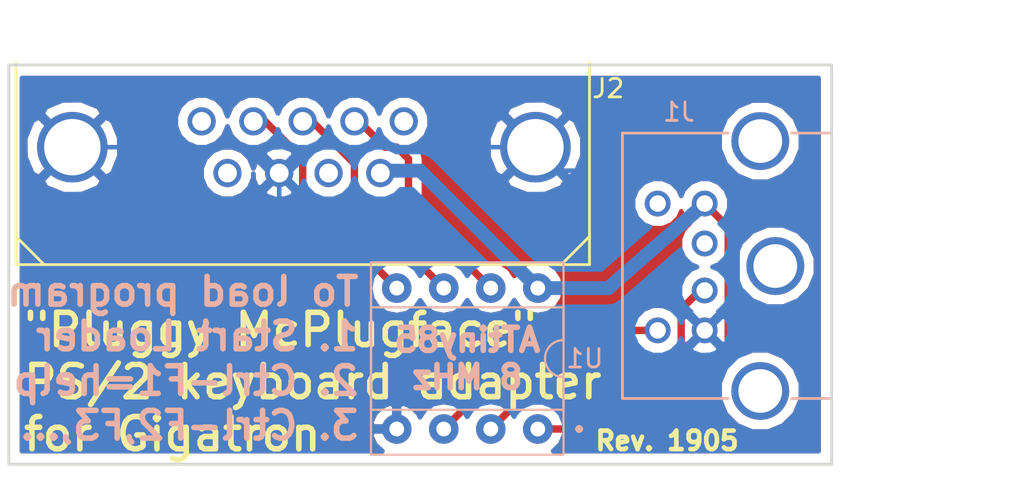
<source format=kicad_pcb>
(kicad_pcb (version 4) (host pcbnew 4.0.6)

  (general
    (links 12)
    (no_connects 0)
    (area 118.669999 93.269999 163.270001 115.010001)
    (thickness 1.6)
    (drawings 8)
    (tracks 50)
    (zones 0)
    (modules 3)
    (nets 14)
  )

  (page A4)
  (layers
    (0 F.Cu signal)
    (31 B.Cu signal)
    (32 B.Adhes user)
    (33 F.Adhes user)
    (34 B.Paste user)
    (35 F.Paste user)
    (36 B.SilkS user)
    (37 F.SilkS user)
    (38 B.Mask user)
    (39 F.Mask user)
    (40 Dwgs.User user)
    (41 Cmts.User user)
    (42 Eco1.User user)
    (43 Eco2.User user)
    (44 Edge.Cuts user)
    (45 Margin user)
    (46 B.CrtYd user)
    (47 F.CrtYd user)
    (48 B.Fab user)
    (49 F.Fab user)
  )

  (setup
    (last_trace_width 0.25)
    (user_trace_width 0.4)
    (user_trace_width 0.75)
    (trace_clearance 0.2)
    (zone_clearance 0.508)
    (zone_45_only no)
    (trace_min 0.2)
    (segment_width 0.2)
    (edge_width 0.15)
    (via_size 0.6)
    (via_drill 0.4)
    (via_min_size 0.4)
    (via_min_drill 0.3)
    (uvia_size 0.3)
    (uvia_drill 0.1)
    (uvias_allowed no)
    (uvia_min_size 0.2)
    (uvia_min_drill 0.1)
    (pcb_text_width 0.3)
    (pcb_text_size 1.5 1.5)
    (mod_edge_width 0.15)
    (mod_text_size 1 1)
    (mod_text_width 0.15)
    (pad_size 1.524 1.524)
    (pad_drill 0.762)
    (pad_to_mask_clearance 0.2)
    (aux_axis_origin 0 0)
    (visible_elements FFFFFF7F)
    (pcbplotparams
      (layerselection 0x010f0_80000001)
      (usegerberextensions false)
      (excludeedgelayer true)
      (linewidth 0.100000)
      (plotframeref false)
      (viasonmask false)
      (mode 1)
      (useauxorigin false)
      (hpglpennumber 1)
      (hpglpenspeed 20)
      (hpglpendiameter 15)
      (hpglpenoverlay 2)
      (psnegative false)
      (psa4output false)
      (plotreference true)
      (plotvalue true)
      (plotinvisibletext false)
      (padsonsilk false)
      (subtractmaskfromsilk false)
      (outputformat 1)
      (mirror false)
      (drillshape 0)
      (scaleselection 1)
      (outputdirectory "BabelFish 1838 gerbers/"))
  )

  (net 0 "")
  (net 1 GND)
  (net 2 /SER_DATA)
  (net 3 /SER_LATCH)
  (net 4 /SER_PULSE)
  (net 5 +5V)
  (net 6 /PS/2_DATA)
  (net 7 /PS/2_CLOCK)
  (net 8 "Net-(J1-Pad2)")
  (net 9 "Net-(J1-Pad6)")
  (net 10 "Net-(J2-Pad1)")
  (net 11 "Net-(J2-Pad5)")
  (net 12 "Net-(J2-Pad9)")
  (net 13 "Net-(J2-Pad7)")

  (net_class Default "This is the default net class."
    (clearance 0.2)
    (trace_width 0.25)
    (via_dia 0.6)
    (via_drill 0.4)
    (uvia_dia 0.3)
    (uvia_drill 0.1)
    (add_net +5V)
    (add_net /PS/2_CLOCK)
    (add_net /PS/2_DATA)
    (add_net /SER_DATA)
    (add_net /SER_LATCH)
    (add_net /SER_PULSE)
    (add_net GND)
    (add_net "Net-(J1-Pad2)")
    (add_net "Net-(J1-Pad6)")
    (add_net "Net-(J2-Pad1)")
    (add_net "Net-(J2-Pad5)")
    (add_net "Net-(J2-Pad7)")
    (add_net "Net-(J2-Pad9)")
  )

  (module MvK:DIP-8_W7.62mm_Socket (layer B.Cu) (tedit 5B4D1338) (tstamp 5B559343)
    (at 147.32 113.03 90)
    (descr "8-lead dip package, row spacing 7.62 mm (300 mils), Socket")
    (tags "DIL DIP PDIP 2.54mm 7.62mm 300mil Socket")
    (path /5B4CA4BA)
    (fp_text reference U1 (at 3.81 2.54 180) (layer B.SilkS)
      (effects (font (size 1 1) (thickness 0.15)) (justify mirror))
    )
    (fp_text value ATTINY85-20PU (at -3.175 -3.81 180) (layer B.Fab)
      (effects (font (size 1 1) (thickness 0.15)) (justify mirror))
    )
    (fp_text user • (at 0 2.159 90) (layer B.SilkS)
      (effects (font (size 1 1) (thickness 0.15)) (justify mirror))
    )
    (fp_arc (start 3.81 1.39) (end 2.81 1.39) (angle 180) (layer B.SilkS) (width 0.12))
    (fp_line (start 1.635 1.27) (end 6.985 1.27) (layer B.Fab) (width 0.1))
    (fp_line (start 6.985 1.27) (end 6.985 -8.89) (layer B.Fab) (width 0.1))
    (fp_line (start 6.985 -8.89) (end 0.635 -8.89) (layer B.Fab) (width 0.1))
    (fp_line (start 0.635 -8.89) (end 0.635 0.27) (layer B.Fab) (width 0.1))
    (fp_line (start 0.635 0.27) (end 1.635 1.27) (layer B.Fab) (width 0.1))
    (fp_line (start -1.27 1.27) (end -1.27 -8.89) (layer B.Fab) (width 0.1))
    (fp_line (start -1.27 -8.89) (end 8.89 -8.89) (layer B.Fab) (width 0.1))
    (fp_line (start 8.89 -8.89) (end 8.89 1.27) (layer B.Fab) (width 0.1))
    (fp_line (start 8.89 1.27) (end -1.27 1.27) (layer B.Fab) (width 0.1))
    (fp_line (start 2.81 1.39) (end 1.04 1.39) (layer B.SilkS) (width 0.12))
    (fp_line (start 1.04 1.39) (end 1.04 -9.01) (layer B.SilkS) (width 0.12))
    (fp_line (start 1.04 -9.01) (end 6.58 -9.01) (layer B.SilkS) (width 0.12))
    (fp_line (start 6.58 -9.01) (end 6.58 1.39) (layer B.SilkS) (width 0.12))
    (fp_line (start 6.58 1.39) (end 4.81 1.39) (layer B.SilkS) (width 0.12))
    (fp_line (start -1.39 1.39) (end -1.39 -9.01) (layer B.SilkS) (width 0.12))
    (fp_line (start -1.39 -9.01) (end 9.01 -9.01) (layer B.SilkS) (width 0.12))
    (fp_line (start 9.01 -9.01) (end 9.01 1.39) (layer B.SilkS) (width 0.12))
    (fp_line (start 9.01 1.39) (end -1.39 1.39) (layer B.SilkS) (width 0.12))
    (fp_line (start -1.7 1.7) (end -1.7 -9.3) (layer B.CrtYd) (width 0.05))
    (fp_line (start -1.7 -9.3) (end 9.3 -9.3) (layer B.CrtYd) (width 0.05))
    (fp_line (start 9.3 -9.3) (end 9.3 1.7) (layer B.CrtYd) (width 0.05))
    (fp_line (start 9.3 1.7) (end -1.7 1.7) (layer B.CrtYd) (width 0.05))
    (pad 1 thru_hole circle (at 0 0 90) (size 1.6 1.6) (drill 0.8) (layers *.Cu *.Mask)
      (net 5 +5V))
    (pad 5 thru_hole oval (at 7.62 -7.62 90) (size 1.6 1.6) (drill 0.8) (layers *.Cu *.Mask)
      (net 4 /SER_PULSE))
    (pad 2 thru_hole oval (at 0 -2.54 90) (size 1.6 1.6) (drill 0.8) (layers *.Cu *.Mask)
      (net 6 /PS/2_DATA))
    (pad 6 thru_hole oval (at 7.62 -5.08 90) (size 1.6 1.6) (drill 0.8) (layers *.Cu *.Mask)
      (net 3 /SER_LATCH))
    (pad 3 thru_hole oval (at 0 -5.08 90) (size 1.6 1.6) (drill 0.8) (layers *.Cu *.Mask)
      (net 7 /PS/2_CLOCK))
    (pad 7 thru_hole oval (at 7.62 -2.54 90) (size 1.6 1.6) (drill 0.8) (layers *.Cu *.Mask)
      (net 2 /SER_DATA))
    (pad 4 thru_hole oval (at 0 -7.62 90) (size 1.6 1.6) (drill 0.8) (layers *.Cu *.Mask)
      (net 1 GND))
    (pad 8 thru_hole oval (at 7.62 0 90) (size 1.6 1.6) (drill 0.8) (layers *.Cu *.Mask)
      (net 5 +5V))
    (model Housings_DIP.3dshapes/DIP-8_W7.62mm_Socket.wrl
      (at (xyz 0 0 0))
      (scale (xyz 1 1 1))
      (rotate (xyz 0 0 0))
    )
  )

  (module MvK:DB9-MvK (layer F.Cu) (tedit 5B4D257F) (tstamp 5B559B38)
    (at 134.62 97.79)
    (descr "Connecteur DB9 male droit")
    (tags "CONN DB9")
    (path /5B4CC909)
    (fp_text reference J2 (at 16.51 -3.175) (layer F.SilkS)
      (effects (font (size 1 1) (thickness 0.15)))
    )
    (fp_text value DB9-MvK (at 0.127 -7.112) (layer F.Fab)
      (effects (font (size 1 1) (thickness 0.15)))
    )
    (fp_line (start -15.494 -4.572) (end -13.97 -6.096) (layer F.Fab) (width 0.15))
    (fp_line (start 15.494 -4.572) (end 15.494 -6.096) (layer F.Fab) (width 0.15))
    (fp_line (start 15.494 -6.096) (end -15.494 -6.096) (layer F.Fab) (width 0.15))
    (fp_line (start -15.494 -6.096) (end -15.494 -4.572) (layer F.Fab) (width 0.15))
    (fp_line (start 15.494 -4.572) (end 13.97 -6.096) (layer F.Fab) (width 0.15))
    (fp_line (start -15.494 -4.572) (end -15.494 6.35) (layer F.SilkS) (width 0.15))
    (fp_line (start 15.494 -4.572) (end 15.494 6.35) (layer F.SilkS) (width 0.15))
    (fp_line (start -15.494 4.826) (end -13.97 6.35) (layer F.SilkS) (width 0.15))
    (fp_line (start 13.97 6.35) (end 15.494 4.826) (layer F.SilkS) (width 0.15))
    (fp_line (start -5.842 6.35) (end -15.494 6.35) (layer F.SilkS) (width 0.15))
    (fp_line (start 15.494 6.35) (end 5.334 6.35) (layer F.SilkS) (width 0.15))
    (fp_line (start -5.842 6.35) (end 5.334 6.35) (layer F.SilkS) (width 0.15))
    (pad 0 thru_hole circle (at -12.446 0) (size 3.81 3.81) (drill 3.048) (layers *.Cu *.Mask)
      (net 1 GND))
    (pad 0 thru_hole circle (at 12.573 0) (size 3.81 3.81) (drill 3.048) (layers *.Cu *.Mask)
      (net 1 GND))
    (pad 5 thru_hole circle (at -5.461 -1.397) (size 1.524 1.524) (drill 1.016) (layers *.Cu *.Mask)
      (net 11 "Net-(J2-Pad5)"))
    (pad 4 thru_hole circle (at -2.667 -1.397) (size 1.524 1.524) (drill 1.016) (layers *.Cu *.Mask)
      (net 4 /SER_PULSE))
    (pad 3 thru_hole circle (at 0 -1.397) (size 1.524 1.524) (drill 1.016) (layers *.Cu *.Mask)
      (net 3 /SER_LATCH))
    (pad 2 thru_hole circle (at 2.794 -1.397) (size 1.524 1.524) (drill 1.016) (layers *.Cu *.Mask)
      (net 2 /SER_DATA))
    (pad 1 thru_hole circle (at 5.461 -1.397) (size 1.524 1.524) (drill 1.016) (layers *.Cu *.Mask)
      (net 10 "Net-(J2-Pad1)"))
    (pad 9 thru_hole circle (at -4.064 1.397) (size 1.524 1.524) (drill 1.016) (layers *.Cu *.Mask)
      (net 12 "Net-(J2-Pad9)"))
    (pad 8 thru_hole circle (at -1.27 1.397) (size 1.524 1.524) (drill 1.016) (layers *.Cu *.Mask)
      (net 1 GND))
    (pad 7 thru_hole circle (at 1.397 1.397) (size 1.524 1.524) (drill 1.016) (layers *.Cu *.Mask)
      (net 13 "Net-(J2-Pad7)"))
    (pad 6 thru_hole circle (at 4.191 1.397) (size 1.524 1.524) (drill 1.016) (layers *.Cu *.Mask)
      (net 5 +5V))
    (model Connect.3dshapes/DB9MD.wrl
      (at (xyz 0 0 0))
      (scale (xyz 1 1 1))
      (rotate (xyz 0 0 0))
    )
  )

  (module MvK:PS2-MvK (layer B.Cu) (tedit 5C50A72E) (tstamp 5C5D66D6)
    (at 173.355 100.33 90)
    (path /5B4CB2E5)
    (fp_text reference J1 (at 4.445 -18.415 360) (layer B.SilkS)
      (effects (font (size 1 1) (thickness 0.15)) (justify mirror))
    )
    (fp_text value CONN_5749180-1 (at -3.683 -7.112 90) (layer B.Fab)
      (effects (font (size 1 1) (thickness 0.15)) (justify mirror))
    )
    (fp_line (start 3.302 -21.463) (end 3.302 -15.748) (layer B.SilkS) (width 0.15))
    (fp_line (start -11.049 -21.463) (end 3.302 -21.463) (layer B.SilkS) (width 0.15))
    (fp_line (start -11.049 -15.748) (end -11.049 -21.463) (layer B.SilkS) (width 0.15))
    (fp_line (start 3.302 -10.287) (end 3.302 -12.319) (layer B.SilkS) (width 0.15))
    (fp_line (start -11.049 -12.319) (end -11.049 -10.287) (layer B.SilkS) (width 0.15))
    (fp_text user "Copyright 2016 Accelerated Designs. All rights reserved." (at 0 0 90) (layer Cmts.User)
      (effects (font (size 0.127 0.127) (thickness 0.002)))
    )
    (fp_line (start -10.8839 -21.3306) (end 3.1115 -21.3306) (layer B.Fab) (width 0.1524))
    (fp_line (start 3.1115 -21.3306) (end 3.1115 -8.5036) (layer B.Fab) (width 0.1524))
    (fp_line (start 3.1115 -8.5036) (end -10.8839 -8.5036) (layer B.Fab) (width 0.1524))
    (fp_line (start -10.8839 -8.5036) (end -10.8839 -21.3306) (layer B.Fab) (width 0.1524))
    (fp_line (start 4.3053 -21.5846) (end -12.0777 -21.5846) (layer B.CrtYd) (width 0.1524))
    (fp_line (start -12.0777 -21.5846) (end -12.0777 -8.2496) (layer B.CrtYd) (width 0.1524))
    (fp_line (start -12.0777 -8.2496) (end 4.3053 -8.2496) (layer B.CrtYd) (width 0.1524))
    (fp_line (start 4.3053 -8.2496) (end 4.3053 -21.5846) (layer B.CrtYd) (width 0.1524))
    (fp_line (start 3.1115 -21.3306) (end -10.8839 -21.3306) (layer B.CrtYd) (width 0.1524))
    (fp_line (start -10.8839 -21.3306) (end -10.8839 -8.5036) (layer B.CrtYd) (width 0.1524))
    (fp_line (start -10.8839 -8.5036) (end 3.1115 -8.5036) (layer B.CrtYd) (width 0.1524))
    (fp_line (start 3.1115 -8.5036) (end 3.1115 -21.3306) (layer B.CrtYd) (width 0.1524))
    (pad 3 thru_hole circle (at -7.366 -17.018 90) (size 1.397 1.397) (drill 0.889) (layers *.Cu *.Mask)
      (net 1 GND))
    (pad 1 thru_hole circle (at -5.207 -17.018 90) (size 1.397 1.397) (drill 0.889) (layers *.Cu *.Mask)
      (net 6 /PS/2_DATA))
    (pad 2 thru_hole circle (at -2.667 -17.018 90) (size 1.397 1.397) (drill 0.889) (layers *.Cu *.Mask)
      (net 8 "Net-(J1-Pad2)"))
    (pad 4 thru_hole circle (at -0.508 -17.018 90) (size 1.397 1.397) (drill 0.889) (layers *.Cu *.Mask)
      (net 5 +5V))
    (pad 6 thru_hole circle (at -0.508 -19.558 90) (size 1.397 1.397) (drill 0.889) (layers *.Cu *.Mask)
      (net 9 "Net-(J1-Pad6)"))
    (pad 5 thru_hole circle (at -7.366 -19.558 90) (size 1.397 1.397) (drill 0.889) (layers *.Cu *.Mask)
      (net 7 /PS/2_CLOCK))
    (pad "" thru_hole circle (at -10.6426 -14.0154) (size 3.1241 3.1241) (drill 2.3622) (layers *.Cu *.Mask))
    (pad "" thru_hole circle (at 2.8702 -14.0154) (size 3.1241 3.1241) (drill 2.3622) (layers *.Cu *.Mask))
    (pad "" thru_hole circle (at -3.8862 -13.2026 90) (size 3.1241 3.1241) (drill 2.3622) (layers *.Cu *.Mask))
  )

  (gr_line (start 118.745 93.345) (end 118.745 114.935) (angle 90) (layer Edge.Cuts) (width 0.15))
  (gr_line (start 163.195 93.345) (end 163.195 114.935) (angle 90) (layer Edge.Cuts) (width 0.15))
  (gr_text "Rev. 1905\n" (at 154.305 113.665) (layer F.SilkS)
    (effects (font (size 1 1) (thickness 0.25)))
  )
  (gr_text "\"Pluggy McPlugface\"\nPS/2 keyboard adapter\nfor Gigatron" (at 119.38 110.49) (layer F.SilkS)
    (effects (font (size 1.75 1.75) (thickness 0.3)) (justify left))
  )
  (gr_text "ATtiny85\n8 MHz" (at 143.51 109.22) (layer B.SilkS)
    (effects (font (size 1.25 1.25) (thickness 0.3)) (justify mirror))
  )
  (gr_text "To load program\n1. Start Loader\n2. Ctrl-F1=help\n3. Ctrl-F2,F3,...\n" (at 137.795 109.22) (layer B.SilkS)
    (effects (font (size 1.5 1.5) (thickness 0.3)) (justify left mirror))
  )
  (gr_line (start 118.745 114.935) (end 163.195 114.935) (angle 90) (layer Edge.Cuts) (width 0.15))
  (gr_line (start 163.195 93.345) (end 118.745 93.345) (angle 90) (layer Edge.Cuts) (width 0.15))

  (segment (start 156.337 107.696) (end 158.115 105.918) (width 0.25) (layer B.Cu) (net 1) (tstamp 5B55977E))
  (segment (start 158.115 105.918) (end 158.115 100.33) (width 0.25) (layer B.Cu) (net 1) (tstamp 5B55977F))
  (segment (start 158.115 100.33) (end 156.845 99.06) (width 0.25) (layer B.Cu) (net 1) (tstamp 5B559781))
  (segment (start 156.845 99.06) (end 147.193 99.06) (width 0.25) (layer B.Cu) (net 1) (tstamp 5B559783))
  (segment (start 139.7 113.03) (end 139.7 109.855) (width 0.25) (layer B.Cu) (net 1))
  (segment (start 139.7 109.855) (end 133.35 103.505) (width 0.25) (layer B.Cu) (net 1) (tstamp 5B4D7B4E))
  (segment (start 133.35 99.187) (end 133.858 99.187) (width 0.25) (layer B.Cu) (net 1))
  (segment (start 133.858 99.187) (end 135.255 97.79) (width 0.25) (layer B.Cu) (net 1) (tstamp 5B4D7B63))
  (segment (start 133.35 99.187) (end 132.842 99.187) (width 0.25) (layer B.Cu) (net 1))
  (segment (start 132.842 99.187) (end 131.445 97.79) (width 0.25) (layer B.Cu) (net 1) (tstamp 5B4D7B5E))
  (segment (start 131.445 97.79) (end 122.174 97.79) (width 0.25) (layer B.Cu) (net 1) (tstamp 5B4D7B5F))
  (segment (start 133.35 103.505) (end 133.35 99.187) (width 0.25) (layer B.Cu) (net 1) (tstamp 5B4D7B4F))
  (segment (start 135.255 97.79) (end 147.193 97.79) (width 0.25) (layer B.Cu) (net 1) (tstamp 5B4D7B64))
  (segment (start 144.78 105.41) (end 140.335 100.965) (width 0.4) (layer F.Cu) (net 2))
  (segment (start 140.335 100.965) (end 140.335 98.425) (width 0.4) (layer F.Cu) (net 2) (tstamp 5BA18A53))
  (segment (start 139.7 97.79) (end 140.335 98.425) (width 0.4) (layer F.Cu) (net 2) (tstamp 5B4D7B6A))
  (segment (start 139.065 97.79) (end 139.7 97.79) (width 0.4) (layer F.Cu) (net 2))
  (segment (start 137.414 96.393) (end 137.668 96.393) (width 0.4) (layer F.Cu) (net 2))
  (segment (start 137.668 96.393) (end 139.065 97.79) (width 0.4) (layer F.Cu) (net 2) (tstamp 5B4D7B14))
  (segment (start 137.414 100.584) (end 137.414 98.679) (width 0.4) (layer F.Cu) (net 3))
  (segment (start 135.128 96.393) (end 137.414 98.679) (width 0.4) (layer F.Cu) (net 3) (tstamp 5B4D7AC7))
  (segment (start 142.24 105.41) (end 137.414 100.584) (width 0.4) (layer F.Cu) (net 3) (tstamp 5B4D7AFB))
  (segment (start 134.62 96.393) (end 135.128 96.393) (width 0.4) (layer F.Cu) (net 3))
  (segment (start 134.62 96.393) (end 134.493 96.393) (width 0.4) (layer F.Cu) (net 3))
  (segment (start 134.62 98.425) (end 134.62 100.33) (width 0.4) (layer F.Cu) (net 4) (tstamp 5B4D7ACB))
  (segment (start 134.62 100.33) (end 139.7 105.41) (width 0.4) (layer F.Cu) (net 4) (tstamp 5B4D7ACC))
  (segment (start 134.62 98.425) (end 132.588 96.393) (width 0.4) (layer F.Cu) (net 4) (tstamp 5B4D7ACA))
  (segment (start 131.953 96.393) (end 132.588 96.393) (width 0.4) (layer F.Cu) (net 4))
  (segment (start 132.08 96.52) (end 131.953 96.393) (width 0.4) (layer F.Cu) (net 4) (tstamp 5B4CDCD3))
  (segment (start 157.607 102.108) (end 157.607 109.093) (width 0.4) (layer F.Cu) (net 5))
  (segment (start 153.67 113.03) (end 157.607 109.093) (width 0.4) (layer F.Cu) (net 5) (tstamp 5B559746))
  (segment (start 153.67 113.03) (end 147.32 113.03) (width 0.4) (layer F.Cu) (net 5))
  (segment (start 156.337 100.838) (end 157.607 102.108) (width 0.4) (layer F.Cu) (net 5) (tstamp 5B559743))
  (segment (start 147.32 105.41) (end 151.13 105.41) (width 0.75) (layer B.Cu) (net 5))
  (segment (start 151.13 105.41) (end 156.3478 100.838) (width 0.75) (layer B.Cu) (net 5) (tstamp 5B5596B7))
  (segment (start 147.32 105.41) (end 140.97 99.06) (width 0.75) (layer B.Cu) (net 5) (tstamp 5B4D7AAB))
  (segment (start 138.938 99.06) (end 139.7 99.06) (width 0.75) (layer B.Cu) (net 5))
  (segment (start 140.97 99.06) (end 139.7 99.06) (width 0.75) (layer B.Cu) (net 5) (tstamp 5B4D7AAC))
  (segment (start 138.938 99.06) (end 138.811 99.187) (width 0.75) (layer B.Cu) (net 5) (tstamp 5B4D7AAF))
  (segment (start 156.1084 105.5116) (end 155.067 106.553) (width 0.4) (layer F.Cu) (net 6) (tstamp 5B559739))
  (segment (start 155.067 109.093) (end 155.067 106.553) (width 0.4) (layer F.Cu) (net 6))
  (segment (start 153.035 111.125) (end 155.067 109.093) (width 0.4) (layer F.Cu) (net 6))
  (segment (start 144.78 113.03) (end 146.685 111.125) (width 0.4) (layer F.Cu) (net 6))
  (segment (start 146.685 111.125) (end 153.035 111.125) (width 0.4) (layer F.Cu) (net 6) (tstamp 5B5596FE))
  (segment (start 147.574 107.696) (end 153.797 107.696) (width 0.4) (layer F.Cu) (net 7) (tstamp 5BA18E9D))
  (segment (start 142.24 113.03) (end 147.574 107.696) (width 0.4) (layer F.Cu) (net 7))
  (segment (start 130.556 99.441) (end 130.556 99.187) (width 0.75) (layer B.Cu) (net 12) (tstamp 5B4CEDA4))
  (segment (start 130.81 99.441) (end 130.556 99.187) (width 0.75) (layer B.Cu) (net 12) (tstamp 5B4CEA9B))
  (segment (start 135.89 99.06) (end 136.017 99.187) (width 0.25) (layer F.Cu) (net 13) (tstamp 5B4CE44C))
  (segment (start 135.89 99.06) (end 136.017 99.187) (width 0.25) (layer F.Cu) (net 13) (tstamp 5B4CE43B))

  (zone (net 1) (net_name GND) (layer F.Cu) (tstamp 5B5596FB) (hatch edge 0.508)
    (connect_pads (clearance 0.508))
    (min_thickness 0.254)
    (fill yes (arc_segments 16) (thermal_gap 0.508) (thermal_bridge_width 0.508))
    (polygon
      (pts
        (xy 118.745 93.345) (xy 163.195 93.345) (xy 163.195 114.935) (xy 118.745 114.935)
      )
    )
    (filled_polygon
      (pts
        (xy 162.485 114.225) (xy 148.154082 114.225) (xy 148.51471 113.865) (xy 153.67 113.865) (xy 153.989541 113.801439)
        (xy 154.260434 113.620434) (xy 157.142754 110.738114) (xy 157.142169 111.407703) (xy 157.475945 112.215503) (xy 158.093446 112.834082)
        (xy 158.900662 113.169268) (xy 159.774703 113.170031) (xy 160.582503 112.836255) (xy 161.201082 112.218754) (xy 161.536268 111.411538)
        (xy 161.537031 110.537497) (xy 161.203255 109.729697) (xy 160.585754 109.111118) (xy 159.778538 108.775932) (xy 158.904497 108.775169)
        (xy 158.442 108.966269) (xy 158.442 105.612626) (xy 158.906246 106.077682) (xy 159.713462 106.412868) (xy 160.587503 106.413631)
        (xy 161.395303 106.079855) (xy 162.013882 105.462354) (xy 162.349068 104.655138) (xy 162.349831 103.781097) (xy 162.016055 102.973297)
        (xy 161.398554 102.354718) (xy 160.591338 102.019532) (xy 159.717297 102.018769) (xy 158.909497 102.352545) (xy 158.442 102.819227)
        (xy 158.442 102.108) (xy 158.378439 101.788459) (xy 158.197434 101.517566) (xy 157.670367 100.990499) (xy 157.670731 100.573914)
        (xy 157.468146 100.08362) (xy 157.093353 99.708173) (xy 156.603413 99.504732) (xy 156.072914 99.504269) (xy 155.58262 99.706854)
        (xy 155.207173 100.081647) (xy 155.066906 100.419446) (xy 154.928146 100.08362) (xy 154.553353 99.708173) (xy 154.063413 99.504732)
        (xy 153.532914 99.504269) (xy 153.04262 99.706854) (xy 152.667173 100.081647) (xy 152.463732 100.571587) (xy 152.463269 101.102086)
        (xy 152.665854 101.59238) (xy 153.040647 101.967827) (xy 153.530587 102.171268) (xy 154.061086 102.171731) (xy 154.55138 101.969146)
        (xy 154.926827 101.594353) (xy 155.067094 101.256554) (xy 155.205854 101.59238) (xy 155.530645 101.917738) (xy 155.207173 102.240647)
        (xy 155.003732 102.730587) (xy 155.003269 103.261086) (xy 155.205854 103.75138) (xy 155.580647 104.126827) (xy 155.918446 104.267094)
        (xy 155.58262 104.405854) (xy 155.207173 104.780647) (xy 155.003732 105.270587) (xy 155.003588 105.435544) (xy 154.476566 105.962566)
        (xy 154.295561 106.233459) (xy 154.254097 106.441911) (xy 154.063413 106.362732) (xy 153.532914 106.362269) (xy 153.04262 106.564854)
        (xy 152.745957 106.861) (xy 147.574 106.861) (xy 147.254459 106.924561) (xy 147.136961 107.003071) (xy 146.983566 107.105566)
        (xy 142.475418 111.613714) (xy 142.24 111.566887) (xy 141.690849 111.67612) (xy 141.225302 111.987189) (xy 140.955014 112.391703)
        (xy 140.852389 112.174866) (xy 140.437423 111.798959) (xy 140.049039 111.638096) (xy 139.827 111.760085) (xy 139.827 112.903)
        (xy 139.847 112.903) (xy 139.847 113.157) (xy 139.827 113.157) (xy 139.827 113.177) (xy 139.573 113.177)
        (xy 139.573 113.157) (xy 138.429371 113.157) (xy 138.308086 113.379041) (xy 138.547611 113.885134) (xy 138.922791 114.225)
        (xy 119.455 114.225) (xy 119.455 112.680959) (xy 138.308086 112.680959) (xy 138.429371 112.903) (xy 139.573 112.903)
        (xy 139.573 111.760085) (xy 139.350961 111.638096) (xy 138.962577 111.798959) (xy 138.547611 112.174866) (xy 138.308086 112.680959)
        (xy 119.455 112.680959) (xy 119.455 99.59644) (xy 120.547165 99.59644) (xy 120.756353 99.957289) (xy 121.69365 100.334824)
        (xy 122.704077 100.324933) (xy 123.591647 99.957289) (xy 123.800835 99.59644) (xy 123.668056 99.463661) (xy 129.158758 99.463661)
        (xy 129.37099 99.977303) (xy 129.76363 100.370629) (xy 130.2769 100.583757) (xy 130.832661 100.584242) (xy 131.346303 100.37201)
        (xy 131.739629 99.97937) (xy 131.952757 99.4661) (xy 131.952971 99.221344) (xy 131.968638 99.534368) (xy 132.127603 99.918143)
        (xy 132.369787 99.987608) (xy 133.170395 99.187) (xy 132.369787 98.386392) (xy 132.127603 98.455857) (xy 131.953212 98.944668)
        (xy 131.953242 98.910339) (xy 131.74101 98.396697) (xy 131.34837 98.003371) (xy 130.8351 97.790243) (xy 130.279339 97.789758)
        (xy 129.765697 98.00199) (xy 129.372371 98.39463) (xy 129.159243 98.9079) (xy 129.158758 99.463661) (xy 123.668056 99.463661)
        (xy 122.174 97.969605) (xy 120.547165 99.59644) (xy 119.455 99.59644) (xy 119.455 97.30965) (xy 119.629176 97.30965)
        (xy 119.639067 98.320077) (xy 120.006711 99.207647) (xy 120.36756 99.416835) (xy 121.994395 97.79) (xy 122.353605 97.79)
        (xy 123.98044 99.416835) (xy 124.341289 99.207647) (xy 124.718824 98.27035) (xy 124.708933 97.259923) (xy 124.464439 96.669661)
        (xy 127.761758 96.669661) (xy 127.97399 97.183303) (xy 128.36663 97.576629) (xy 128.8799 97.789757) (xy 129.435661 97.790242)
        (xy 129.949303 97.57801) (xy 130.342629 97.18537) (xy 130.555757 96.6721) (xy 130.555759 96.669664) (xy 130.76799 97.183303)
        (xy 131.16063 97.576629) (xy 131.6739 97.789757) (xy 132.229661 97.790242) (xy 132.636339 97.622207) (xy 132.873329 97.859197)
        (xy 132.618857 97.964603) (xy 132.549392 98.206787) (xy 133.35 99.007395) (xy 133.364143 98.993253) (xy 133.543748 99.172858)
        (xy 133.529605 99.187) (xy 133.543748 99.201143) (xy 133.364143 99.380748) (xy 133.35 99.366605) (xy 132.549392 100.167213)
        (xy 132.618857 100.409397) (xy 133.142302 100.596144) (xy 133.697368 100.568362) (xy 133.822134 100.516682) (xy 133.848561 100.649541)
        (xy 134.018278 100.90354) (xy 134.029566 100.920434) (xy 138.302499 105.193367) (xy 138.265 105.381887) (xy 138.265 105.438113)
        (xy 138.374233 105.987264) (xy 138.685302 106.452811) (xy 139.150849 106.76388) (xy 139.7 106.873113) (xy 140.249151 106.76388)
        (xy 140.714698 106.452811) (xy 140.97 106.070725) (xy 141.225302 106.452811) (xy 141.690849 106.76388) (xy 142.24 106.873113)
        (xy 142.789151 106.76388) (xy 143.254698 106.452811) (xy 143.51 106.070725) (xy 143.765302 106.452811) (xy 144.230849 106.76388)
        (xy 144.78 106.873113) (xy 145.329151 106.76388) (xy 145.794698 106.452811) (xy 146.05 106.070725) (xy 146.305302 106.452811)
        (xy 146.770849 106.76388) (xy 147.32 106.873113) (xy 147.869151 106.76388) (xy 148.334698 106.452811) (xy 148.645767 105.987264)
        (xy 148.755 105.438113) (xy 148.755 105.381887) (xy 148.645767 104.832736) (xy 148.334698 104.367189) (xy 147.869151 104.05612)
        (xy 147.32 103.946887) (xy 146.770849 104.05612) (xy 146.305302 104.367189) (xy 146.05 104.749275) (xy 145.794698 104.367189)
        (xy 145.329151 104.05612) (xy 144.78 103.946887) (xy 144.544582 103.993714) (xy 141.17 100.619132) (xy 141.17 99.59644)
        (xy 145.566165 99.59644) (xy 145.775353 99.957289) (xy 146.71265 100.334824) (xy 147.723077 100.324933) (xy 148.610647 99.957289)
        (xy 148.819835 99.59644) (xy 147.193 97.969605) (xy 145.566165 99.59644) (xy 141.17 99.59644) (xy 141.17 98.425)
        (xy 141.156963 98.359459) (xy 141.10644 98.10546) (xy 140.925434 97.834566) (xy 140.728063 97.637195) (xy 140.871303 97.57801)
        (xy 141.140131 97.30965) (xy 144.648176 97.30965) (xy 144.658067 98.320077) (xy 145.025711 99.207647) (xy 145.38656 99.416835)
        (xy 147.013395 97.79) (xy 147.372605 97.79) (xy 148.99944 99.416835) (xy 149.360289 99.207647) (xy 149.737824 98.27035)
        (xy 149.734149 97.894903) (xy 157.142169 97.894903) (xy 157.475945 98.702703) (xy 158.093446 99.321282) (xy 158.900662 99.656468)
        (xy 159.774703 99.657231) (xy 160.582503 99.323455) (xy 161.201082 98.705954) (xy 161.536268 97.898738) (xy 161.537031 97.024697)
        (xy 161.203255 96.216897) (xy 160.585754 95.598318) (xy 159.778538 95.263132) (xy 158.904497 95.262369) (xy 158.096697 95.596145)
        (xy 157.478118 96.213646) (xy 157.142932 97.020862) (xy 157.142169 97.894903) (xy 149.734149 97.894903) (xy 149.727933 97.259923)
        (xy 149.360289 96.372353) (xy 148.99944 96.163165) (xy 147.372605 97.79) (xy 147.013395 97.79) (xy 145.38656 96.163165)
        (xy 145.025711 96.372353) (xy 144.648176 97.30965) (xy 141.140131 97.30965) (xy 141.264629 97.18537) (xy 141.477757 96.6721)
        (xy 141.478242 96.116339) (xy 141.423379 95.98356) (xy 145.566165 95.98356) (xy 147.193 97.610395) (xy 148.819835 95.98356)
        (xy 148.610647 95.622711) (xy 147.67335 95.245176) (xy 146.662923 95.255067) (xy 145.775353 95.622711) (xy 145.566165 95.98356)
        (xy 141.423379 95.98356) (xy 141.26601 95.602697) (xy 140.87337 95.209371) (xy 140.3601 94.996243) (xy 139.804339 94.995758)
        (xy 139.290697 95.20799) (xy 138.897371 95.60063) (xy 138.747394 95.961815) (xy 138.59901 95.602697) (xy 138.20637 95.209371)
        (xy 137.6931 94.996243) (xy 137.137339 94.995758) (xy 136.623697 95.20799) (xy 136.230371 95.60063) (xy 136.020918 96.10505)
        (xy 136.006705 96.090837) (xy 135.80501 95.602697) (xy 135.41237 95.209371) (xy 134.8991 94.996243) (xy 134.343339 94.995758)
        (xy 133.829697 95.20799) (xy 133.436371 95.60063) (xy 133.301442 95.925574) (xy 133.25028 95.874412) (xy 133.13801 95.602697)
        (xy 132.74537 95.209371) (xy 132.2321 94.996243) (xy 131.676339 94.995758) (xy 131.162697 95.20799) (xy 130.769371 95.60063)
        (xy 130.556243 96.1139) (xy 130.556241 96.116336) (xy 130.34401 95.602697) (xy 129.95137 95.209371) (xy 129.4381 94.996243)
        (xy 128.882339 94.995758) (xy 128.368697 95.20799) (xy 127.975371 95.60063) (xy 127.762243 96.1139) (xy 127.761758 96.669661)
        (xy 124.464439 96.669661) (xy 124.341289 96.372353) (xy 123.98044 96.163165) (xy 122.353605 97.79) (xy 121.994395 97.79)
        (xy 120.36756 96.163165) (xy 120.006711 96.372353) (xy 119.629176 97.30965) (xy 119.455 97.30965) (xy 119.455 95.98356)
        (xy 120.547165 95.98356) (xy 122.174 97.610395) (xy 123.800835 95.98356) (xy 123.591647 95.622711) (xy 122.65435 95.245176)
        (xy 121.643923 95.255067) (xy 120.756353 95.622711) (xy 120.547165 95.98356) (xy 119.455 95.98356) (xy 119.455 94.055)
        (xy 162.485 94.055)
      )
    )
    (filled_polygon
      (pts
        (xy 156.530748 107.681858) (xy 156.516605 107.696) (xy 156.530748 107.710143) (xy 156.351143 107.889748) (xy 156.337 107.875605)
        (xy 156.322858 107.889748) (xy 156.143253 107.710143) (xy 156.157395 107.696) (xy 156.143253 107.681858) (xy 156.322858 107.502253)
        (xy 156.337 107.516395) (xy 156.351143 107.502253)
      )
    )
  )
  (zone (net 1) (net_name GND) (layer B.Cu) (tstamp 5B5596FD) (hatch edge 0.508)
    (connect_pads (clearance 0.508))
    (min_thickness 0.254)
    (fill yes (arc_segments 16) (thermal_gap 0.508) (thermal_bridge_width 0.508))
    (polygon
      (pts
        (xy 118.745 93.472) (xy 163.195 93.472) (xy 163.195 115.062) (xy 118.745 115.062)
      )
    )
    (filled_polygon
      (pts
        (xy 162.485 114.225) (xy 148.154082 114.225) (xy 148.535824 113.843923) (xy 148.75475 113.316691) (xy 148.755248 112.745813)
        (xy 148.537243 112.2182) (xy 148.133923 111.814176) (xy 147.606691 111.59525) (xy 147.035813 111.594752) (xy 146.5082 111.812757)
        (xy 146.104176 112.216077) (xy 146.04418 112.360564) (xy 145.794698 111.987189) (xy 145.329151 111.67612) (xy 144.78 111.566887)
        (xy 144.230849 111.67612) (xy 143.765302 111.987189) (xy 143.51 112.369275) (xy 143.254698 111.987189) (xy 142.789151 111.67612)
        (xy 142.24 111.566887) (xy 141.690849 111.67612) (xy 141.225302 111.987189) (xy 140.955014 112.391703) (xy 140.852389 112.174866)
        (xy 140.437423 111.798959) (xy 140.049039 111.638096) (xy 139.827 111.760085) (xy 139.827 112.903) (xy 139.847 112.903)
        (xy 139.847 113.157) (xy 139.827 113.157) (xy 139.827 113.177) (xy 139.573 113.177) (xy 139.573 113.157)
        (xy 138.429371 113.157) (xy 138.308086 113.379041) (xy 138.547611 113.885134) (xy 138.922791 114.225) (xy 119.455 114.225)
        (xy 119.455 112.680959) (xy 138.308086 112.680959) (xy 138.429371 112.903) (xy 139.573 112.903) (xy 139.573 111.760085)
        (xy 139.350961 111.638096) (xy 138.962577 111.798959) (xy 138.547611 112.174866) (xy 138.308086 112.680959) (xy 119.455 112.680959)
        (xy 119.455 111.407703) (xy 157.142169 111.407703) (xy 157.475945 112.215503) (xy 158.093446 112.834082) (xy 158.900662 113.169268)
        (xy 159.774703 113.170031) (xy 160.582503 112.836255) (xy 161.201082 112.218754) (xy 161.536268 111.411538) (xy 161.537031 110.537497)
        (xy 161.203255 109.729697) (xy 160.585754 109.111118) (xy 159.778538 108.775932) (xy 158.904497 108.775169) (xy 158.096697 109.108945)
        (xy 157.478118 109.726446) (xy 157.142932 110.533662) (xy 157.142169 111.407703) (xy 119.455 111.407703) (xy 119.455 107.960086)
        (xy 152.463269 107.960086) (xy 152.665854 108.45038) (xy 153.040647 108.825827) (xy 153.530587 109.029268) (xy 154.061086 109.029731)
        (xy 154.55138 108.827146) (xy 154.748681 108.630188) (xy 155.582417 108.630188) (xy 155.644071 108.8658) (xy 156.14448 109.041927)
        (xy 156.674199 109.013148) (xy 157.029929 108.8658) (xy 157.091583 108.630188) (xy 156.337 107.875605) (xy 155.582417 108.630188)
        (xy 154.748681 108.630188) (xy 154.926827 108.452353) (xy 155.060314 108.130882) (xy 155.1672 108.388929) (xy 155.402812 108.450583)
        (xy 156.157395 107.696) (xy 156.516605 107.696) (xy 157.271188 108.450583) (xy 157.5068 108.388929) (xy 157.682927 107.88852)
        (xy 157.654148 107.358801) (xy 157.5068 107.003071) (xy 157.271188 106.941417) (xy 156.516605 107.696) (xy 156.157395 107.696)
        (xy 155.402812 106.941417) (xy 155.1672 107.003071) (xy 155.068917 107.282312) (xy 154.928146 106.94162) (xy 154.553353 106.566173)
        (xy 154.063413 106.362732) (xy 153.532914 106.362269) (xy 153.04262 106.564854) (xy 152.667173 106.939647) (xy 152.463732 107.429587)
        (xy 152.463269 107.960086) (xy 119.455 107.960086) (xy 119.455 99.59644) (xy 120.547165 99.59644) (xy 120.756353 99.957289)
        (xy 121.69365 100.334824) (xy 122.704077 100.324933) (xy 123.591647 99.957289) (xy 123.800835 99.59644) (xy 123.668056 99.463661)
        (xy 129.158758 99.463661) (xy 129.37099 99.977303) (xy 129.76363 100.370629) (xy 130.2769 100.583757) (xy 130.832661 100.584242)
        (xy 131.346303 100.37201) (xy 131.551457 100.167213) (xy 132.549392 100.167213) (xy 132.618857 100.409397) (xy 133.142302 100.596144)
        (xy 133.697368 100.568362) (xy 134.081143 100.409397) (xy 134.150608 100.167213) (xy 133.35 99.366605) (xy 132.549392 100.167213)
        (xy 131.551457 100.167213) (xy 131.739629 99.97937) (xy 131.952757 99.4661) (xy 131.952971 99.221344) (xy 131.968638 99.534368)
        (xy 132.127603 99.918143) (xy 132.369787 99.987608) (xy 133.170395 99.187) (xy 133.529605 99.187) (xy 134.330213 99.987608)
        (xy 134.572397 99.918143) (xy 134.681355 99.612738) (xy 134.83199 99.977303) (xy 135.22463 100.370629) (xy 135.7379 100.583757)
        (xy 136.293661 100.584242) (xy 136.807303 100.37201) (xy 137.200629 99.97937) (xy 137.413757 99.4661) (xy 137.413759 99.463664)
        (xy 137.62599 99.977303) (xy 138.01863 100.370629) (xy 138.5319 100.583757) (xy 139.087661 100.584242) (xy 139.601303 100.37201)
        (xy 139.903841 100.07) (xy 140.551644 100.07) (xy 144.486843 104.005199) (xy 144.230849 104.05612) (xy 143.765302 104.367189)
        (xy 143.51 104.749275) (xy 143.254698 104.367189) (xy 142.789151 104.05612) (xy 142.24 103.946887) (xy 141.690849 104.05612)
        (xy 141.225302 104.367189) (xy 140.97 104.749275) (xy 140.714698 104.367189) (xy 140.249151 104.05612) (xy 139.7 103.946887)
        (xy 139.150849 104.05612) (xy 138.685302 104.367189) (xy 138.374233 104.832736) (xy 138.265 105.381887) (xy 138.265 105.438113)
        (xy 138.374233 105.987264) (xy 138.685302 106.452811) (xy 139.150849 106.76388) (xy 139.7 106.873113) (xy 140.249151 106.76388)
        (xy 140.714698 106.452811) (xy 140.97 106.070725) (xy 141.225302 106.452811) (xy 141.690849 106.76388) (xy 142.24 106.873113)
        (xy 142.789151 106.76388) (xy 143.254698 106.452811) (xy 143.51 106.070725) (xy 143.765302 106.452811) (xy 144.230849 106.76388)
        (xy 144.78 106.873113) (xy 145.329151 106.76388) (xy 145.794698 106.452811) (xy 146.05 106.070725) (xy 146.305302 106.452811)
        (xy 146.770849 106.76388) (xy 147.32 106.873113) (xy 147.869151 106.76388) (xy 148.334698 106.452811) (xy 148.356622 106.42)
        (xy 151.13 106.42) (xy 151.291241 106.387927) (xy 151.454251 106.366536) (xy 151.483451 106.349694) (xy 151.51651 106.343118)
        (xy 151.653204 106.251782) (xy 151.795619 106.169639) (xy 155.032971 103.33297) (xy 155.205854 103.75138) (xy 155.580647 104.126827)
        (xy 155.918446 104.267094) (xy 155.58262 104.405854) (xy 155.207173 104.780647) (xy 155.003732 105.270587) (xy 155.003269 105.801086)
        (xy 155.205854 106.29138) (xy 155.580647 106.666827) (xy 155.604663 106.676799) (xy 155.582417 106.761812) (xy 156.337 107.516395)
        (xy 157.091583 106.761812) (xy 157.069445 106.67721) (xy 157.09138 106.668146) (xy 157.466827 106.293353) (xy 157.670268 105.803413)
        (xy 157.670731 105.272914) (xy 157.468146 104.78262) (xy 157.337058 104.651303) (xy 157.954969 104.651303) (xy 158.288745 105.459103)
        (xy 158.906246 106.077682) (xy 159.713462 106.412868) (xy 160.587503 106.413631) (xy 161.395303 106.079855) (xy 162.013882 105.462354)
        (xy 162.349068 104.655138) (xy 162.349831 103.781097) (xy 162.016055 102.973297) (xy 161.398554 102.354718) (xy 160.591338 102.019532)
        (xy 159.717297 102.018769) (xy 158.909497 102.352545) (xy 158.290918 102.970046) (xy 157.955732 103.777262) (xy 157.954969 104.651303)
        (xy 157.337058 104.651303) (xy 157.093353 104.407173) (xy 156.755554 104.266906) (xy 157.09138 104.128146) (xy 157.466827 103.753353)
        (xy 157.670268 103.263413) (xy 157.670731 102.732914) (xy 157.468146 102.24262) (xy 157.143355 101.917262) (xy 157.466827 101.594353)
        (xy 157.670268 101.104413) (xy 157.670731 100.573914) (xy 157.468146 100.08362) (xy 157.093353 99.708173) (xy 156.603413 99.504732)
        (xy 156.072914 99.504269) (xy 155.58262 99.706854) (xy 155.207173 100.081647) (xy 155.066906 100.419446) (xy 154.928146 100.08362)
        (xy 154.553353 99.708173) (xy 154.063413 99.504732) (xy 153.532914 99.504269) (xy 153.04262 99.706854) (xy 152.667173 100.081647)
        (xy 152.463732 100.571587) (xy 152.463269 101.102086) (xy 152.665854 101.59238) (xy 153.040647 101.967827) (xy 153.36983 102.104516)
        (xy 150.750106 104.4) (xy 148.356622 104.4) (xy 148.334698 104.367189) (xy 147.869151 104.05612) (xy 147.32 103.946887)
        (xy 147.29101 103.952654) (xy 142.934796 99.59644) (xy 145.566165 99.59644) (xy 145.775353 99.957289) (xy 146.71265 100.334824)
        (xy 147.723077 100.324933) (xy 148.610647 99.957289) (xy 148.819835 99.59644) (xy 147.193 97.969605) (xy 145.566165 99.59644)
        (xy 142.934796 99.59644) (xy 141.684178 98.345822) (xy 141.35651 98.126882) (xy 140.97 98.05) (xy 139.649918 98.05)
        (xy 139.60337 98.003371) (xy 139.0901 97.790243) (xy 138.534339 97.789758) (xy 138.020697 98.00199) (xy 137.627371 98.39463)
        (xy 137.414243 98.9079) (xy 137.414241 98.910336) (xy 137.20201 98.396697) (xy 136.80937 98.003371) (xy 136.2961 97.790243)
        (xy 135.740339 97.789758) (xy 135.226697 98.00199) (xy 134.833371 98.39463) (xy 134.690027 98.739841) (xy 134.572397 98.455857)
        (xy 134.330213 98.386392) (xy 133.529605 99.187) (xy 133.170395 99.187) (xy 132.369787 98.386392) (xy 132.127603 98.455857)
        (xy 131.953212 98.944668) (xy 131.953242 98.910339) (xy 131.74101 98.396697) (xy 131.551432 98.206787) (xy 132.549392 98.206787)
        (xy 133.35 99.007395) (xy 134.150608 98.206787) (xy 134.081143 97.964603) (xy 133.557698 97.777856) (xy 133.002632 97.805638)
        (xy 132.618857 97.964603) (xy 132.549392 98.206787) (xy 131.551432 98.206787) (xy 131.34837 98.003371) (xy 130.8351 97.790243)
        (xy 130.279339 97.789758) (xy 129.765697 98.00199) (xy 129.372371 98.39463) (xy 129.159243 98.9079) (xy 129.158758 99.463661)
        (xy 123.668056 99.463661) (xy 122.174 97.969605) (xy 120.547165 99.59644) (xy 119.455 99.59644) (xy 119.455 97.30965)
        (xy 119.629176 97.30965) (xy 119.639067 98.320077) (xy 120.006711 99.207647) (xy 120.36756 99.416835) (xy 121.994395 97.79)
        (xy 122.353605 97.79) (xy 123.98044 99.416835) (xy 124.341289 99.207647) (xy 124.718824 98.27035) (xy 124.708933 97.259923)
        (xy 124.464439 96.669661) (xy 127.761758 96.669661) (xy 127.97399 97.183303) (xy 128.36663 97.576629) (xy 128.8799 97.789757)
        (xy 129.435661 97.790242) (xy 129.949303 97.57801) (xy 130.342629 97.18537) (xy 130.555757 96.6721) (xy 130.555759 96.669664)
        (xy 130.76799 97.183303) (xy 131.16063 97.576629) (xy 131.6739 97.789757) (xy 132.229661 97.790242) (xy 132.743303 97.57801)
        (xy 133.136629 97.18537) (xy 133.286606 96.824185) (xy 133.43499 97.183303) (xy 133.82763 97.576629) (xy 134.3409 97.789757)
        (xy 134.896661 97.790242) (xy 135.410303 97.57801) (xy 135.803629 97.18537) (xy 136.016757 96.6721) (xy 136.016759 96.669664)
        (xy 136.22899 97.183303) (xy 136.62163 97.576629) (xy 137.1349 97.789757) (xy 137.690661 97.790242) (xy 138.204303 97.57801)
        (xy 138.597629 97.18537) (xy 138.747606 96.824185) (xy 138.89599 97.183303) (xy 139.28863 97.576629) (xy 139.8019 97.789757)
        (xy 140.357661 97.790242) (xy 140.871303 97.57801) (xy 141.140131 97.30965) (xy 144.648176 97.30965) (xy 144.658067 98.320077)
        (xy 145.025711 99.207647) (xy 145.38656 99.416835) (xy 147.013395 97.79) (xy 147.372605 97.79) (xy 148.99944 99.416835)
        (xy 149.360289 99.207647) (xy 149.737824 98.27035) (xy 149.734149 97.894903) (xy 157.142169 97.894903) (xy 157.475945 98.702703)
        (xy 158.093446 99.321282) (xy 158.900662 99.656468) (xy 159.774703 99.657231) (xy 160.582503 99.323455) (xy 161.201082 98.705954)
        (xy 161.536268 97.898738) (xy 161.537031 97.024697) (xy 161.203255 96.216897) (xy 160.585754 95.598318) (xy 159.778538 95.263132)
        (xy 158.904497 95.262369) (xy 158.096697 95.596145) (xy 157.478118 96.213646) (xy 157.142932 97.020862) (xy 157.142169 97.894903)
        (xy 149.734149 97.894903) (xy 149.727933 97.259923) (xy 149.360289 96.372353) (xy 148.99944 96.163165) (xy 147.372605 97.79)
        (xy 147.013395 97.79) (xy 145.38656 96.163165) (xy 145.025711 96.372353) (xy 144.648176 97.30965) (xy 141.140131 97.30965)
        (xy 141.264629 97.18537) (xy 141.477757 96.6721) (xy 141.478242 96.116339) (xy 141.423379 95.98356) (xy 145.566165 95.98356)
        (xy 147.193 97.610395) (xy 148.819835 95.98356) (xy 148.610647 95.622711) (xy 147.67335 95.245176) (xy 146.662923 95.255067)
        (xy 145.775353 95.622711) (xy 145.566165 95.98356) (xy 141.423379 95.98356) (xy 141.26601 95.602697) (xy 140.87337 95.209371)
        (xy 140.3601 94.996243) (xy 139.804339 94.995758) (xy 139.290697 95.20799) (xy 138.897371 95.60063) (xy 138.747394 95.961815)
        (xy 138.59901 95.602697) (xy 138.20637 95.209371) (xy 137.6931 94.996243) (xy 137.137339 94.995758) (xy 136.623697 95.20799)
        (xy 136.230371 95.60063) (xy 136.017243 96.1139) (xy 136.017241 96.116336) (xy 135.80501 95.602697) (xy 135.41237 95.209371)
        (xy 134.8991 94.996243) (xy 134.343339 94.995758) (xy 133.829697 95.20799) (xy 133.436371 95.60063) (xy 133.286394 95.961815)
        (xy 133.13801 95.602697) (xy 132.74537 95.209371) (xy 132.2321 94.996243) (xy 131.676339 94.995758) (xy 131.162697 95.20799)
        (xy 130.769371 95.60063) (xy 130.556243 96.1139) (xy 130.556241 96.116336) (xy 130.34401 95.602697) (xy 129.95137 95.209371)
        (xy 129.4381 94.996243) (xy 128.882339 94.995758) (xy 128.368697 95.20799) (xy 127.975371 95.60063) (xy 127.762243 96.1139)
        (xy 127.761758 96.669661) (xy 124.464439 96.669661) (xy 124.341289 96.372353) (xy 123.98044 96.163165) (xy 122.353605 97.79)
        (xy 121.994395 97.79) (xy 120.36756 96.163165) (xy 120.006711 96.372353) (xy 119.629176 97.30965) (xy 119.455 97.30965)
        (xy 119.455 95.98356) (xy 120.547165 95.98356) (xy 122.174 97.610395) (xy 123.800835 95.98356) (xy 123.591647 95.622711)
        (xy 122.65435 95.245176) (xy 121.643923 95.255067) (xy 120.756353 95.622711) (xy 120.547165 95.98356) (xy 119.455 95.98356)
        (xy 119.455 94.055) (xy 162.485 94.055)
      )
    )
  )
)

</source>
